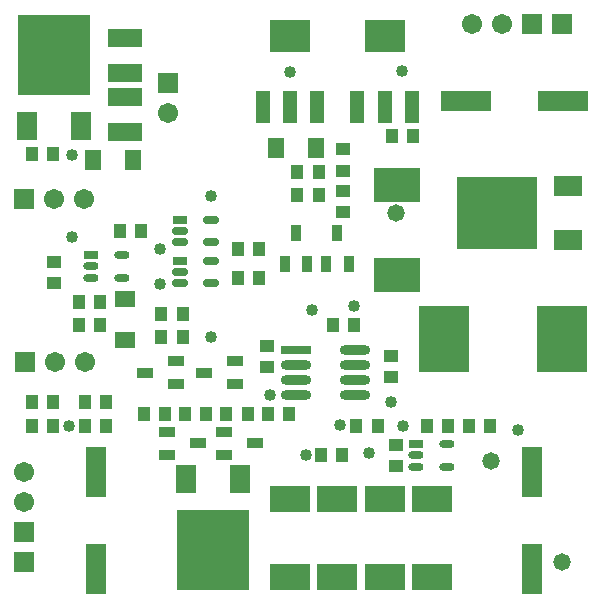
<source format=gts>
%FSTAX24Y24*%
%MOIN*%
G70*
G01*
G75*
G04 Layer_Color=8388736*
%ADD10R,0.0472X0.0256*%
%ADD11R,0.1575X0.0591*%
%ADD12R,0.0591X0.1575*%
%ADD13R,0.0315X0.0374*%
%ADD14R,0.0374X0.0315*%
%ADD15R,0.1063X0.0512*%
%ADD16R,0.1500X0.1100*%
%ADD17R,0.1575X0.2165*%
%ADD18R,0.0374X0.1004*%
%ADD19R,0.1299X0.1004*%
%ADD20R,0.2362X0.2598*%
%ADD21R,0.0591X0.0866*%
%ADD22R,0.1301X0.0801*%
%ADD23R,0.0866X0.0591*%
%ADD24R,0.2598X0.2362*%
%ADD25R,0.0256X0.0472*%
%ADD26O,0.0472X0.0217*%
%ADD27R,0.0472X0.0217*%
G04:AMPARAMS|DCode=28|XSize=21.7mil|YSize=47.2mil|CornerRadius=0mil|HoleSize=0mil|Usage=FLASHONLY|Rotation=90.000|XOffset=0mil|YOffset=0mil|HoleType=Round|Shape=Octagon|*
%AMOCTAGOND28*
4,1,8,-0.0236,-0.0054,-0.0236,0.0054,-0.0182,0.0108,0.0182,0.0108,0.0236,0.0054,0.0236,-0.0054,0.0182,-0.0108,-0.0182,-0.0108,-0.0236,-0.0054,0.0*
%
%ADD28OCTAGOND28*%

%ADD29O,0.0945X0.0236*%
%ADD30R,0.0945X0.0236*%
%ADD31R,0.0492X0.0630*%
%ADD32R,0.0630X0.0492*%
%ADD33C,0.0100*%
%ADD34C,0.0709*%
%ADD35C,0.0300*%
%ADD36R,0.0591X0.0591*%
%ADD37C,0.0591*%
%ADD38R,0.0591X0.0591*%
%ADD39C,0.0320*%
%ADD40C,0.0500*%
%ADD41C,0.0200*%
%ADD42R,0.0552X0.0336*%
%ADD43R,0.1655X0.0671*%
%ADD44R,0.0671X0.1655*%
%ADD45R,0.0395X0.0454*%
%ADD46R,0.0454X0.0395*%
%ADD47R,0.1143X0.0592*%
%ADD48R,0.1580X0.1180*%
%ADD49R,0.1655X0.2245*%
%ADD50R,0.0454X0.1084*%
%ADD51R,0.1379X0.1084*%
%ADD52R,0.2442X0.2678*%
%ADD53R,0.0671X0.0946*%
%ADD54R,0.1381X0.0881*%
%ADD55R,0.0946X0.0671*%
%ADD56R,0.2678X0.2442*%
%ADD57R,0.0336X0.0552*%
%ADD58O,0.0512X0.0256*%
%ADD59R,0.0512X0.0256*%
G04:AMPARAMS|DCode=60|XSize=25.6mil|YSize=51.2mil|CornerRadius=0mil|HoleSize=0mil|Usage=FLASHONLY|Rotation=90.000|XOffset=0mil|YOffset=0mil|HoleType=Round|Shape=Octagon|*
%AMOCTAGOND60*
4,1,8,-0.0256,-0.0064,-0.0256,0.0064,-0.0192,0.0128,0.0192,0.0128,0.0256,0.0064,0.0256,-0.0064,0.0192,-0.0128,-0.0192,-0.0128,-0.0256,-0.0064,0.0*
%
%ADD60OCTAGOND60*%

%ADD61O,0.1025X0.0316*%
%ADD62R,0.1025X0.0316*%
%ADD63R,0.0572X0.0710*%
%ADD64R,0.0710X0.0572*%
%ADD65R,0.0671X0.0671*%
%ADD66C,0.0671*%
%ADD67R,0.0671X0.0671*%
%ADD68C,0.0400*%
%ADD69C,0.0580*%
D42*
X030432Y02343D02*
D03*
X029388Y023804D02*
D03*
Y023056D02*
D03*
X028532Y02343D02*
D03*
X027488Y023804D02*
D03*
Y023056D02*
D03*
X026746Y025787D02*
D03*
X027791Y025413D02*
D03*
Y026161D02*
D03*
X028714Y025787D02*
D03*
X029759Y025413D02*
D03*
Y026161D02*
D03*
D43*
X040693Y034843D02*
D03*
X037465D02*
D03*
D44*
X03967Y02248D02*
D03*
Y019252D02*
D03*
X025143D02*
D03*
Y02248D02*
D03*
D45*
X036874Y024016D02*
D03*
X036166D02*
D03*
X038252D02*
D03*
X037544D02*
D03*
X02593Y030512D02*
D03*
X026638D02*
D03*
X033725Y027362D02*
D03*
X033016D02*
D03*
X032622Y023031D02*
D03*
X033331D02*
D03*
X033804Y024016D02*
D03*
X034512D02*
D03*
X034985Y033661D02*
D03*
X035693D02*
D03*
X025457Y024016D02*
D03*
X024748D02*
D03*
X023685D02*
D03*
X022977D02*
D03*
X028095Y024409D02*
D03*
X028804D02*
D03*
X024552Y027362D02*
D03*
X02526D02*
D03*
X031835Y031693D02*
D03*
X032544D02*
D03*
X026717Y024409D02*
D03*
X027426D02*
D03*
X02526Y02815D02*
D03*
X024552D02*
D03*
X030575Y028937D02*
D03*
X029867D02*
D03*
X030575Y029921D02*
D03*
X029867D02*
D03*
X028016Y027756D02*
D03*
X027307D02*
D03*
X027307Y026969D02*
D03*
X028016D02*
D03*
X029473Y024409D02*
D03*
X030182D02*
D03*
X030851D02*
D03*
X031559D02*
D03*
X023685Y033071D02*
D03*
X022977D02*
D03*
X031835Y03248D02*
D03*
X032544D02*
D03*
X023685Y024803D02*
D03*
X022977D02*
D03*
X025457D02*
D03*
X024748D02*
D03*
D46*
X023725Y02878D02*
D03*
Y029488D02*
D03*
X03082Y025976D02*
D03*
Y026684D02*
D03*
X034945Y02563D02*
D03*
Y026339D02*
D03*
X03337Y03252D02*
D03*
Y033228D02*
D03*
Y03185D02*
D03*
Y031142D02*
D03*
X035142Y023386D02*
D03*
Y022677D02*
D03*
D47*
X026087Y033821D02*
D03*
Y034963D02*
D03*
Y036931D02*
D03*
Y035789D02*
D03*
D48*
X035172Y032052D02*
D03*
Y029052D02*
D03*
D49*
X040654Y026911D02*
D03*
X036717D02*
D03*
D50*
X033843Y034656D02*
D03*
X034748D02*
D03*
X035654D02*
D03*
X030693D02*
D03*
X031599D02*
D03*
X032504D02*
D03*
D51*
X034748Y036998D02*
D03*
X031599D02*
D03*
D52*
X02904Y019882D02*
D03*
X023725Y03636D02*
D03*
D53*
X02814Y022244D02*
D03*
X02994D02*
D03*
X024625Y033998D02*
D03*
X022825D02*
D03*
D54*
X036323Y018976D02*
D03*
Y021576D02*
D03*
X031599D02*
D03*
Y018976D02*
D03*
X034748D02*
D03*
Y021576D02*
D03*
X033174D02*
D03*
Y018976D02*
D03*
D55*
X040851Y030202D02*
D03*
Y032002D02*
D03*
D56*
X038489Y031102D02*
D03*
D57*
X033174Y030444D02*
D03*
X0328Y029399D02*
D03*
X033548D02*
D03*
X031796Y030444D02*
D03*
X031422Y029399D02*
D03*
X03217D02*
D03*
D58*
X035801Y022657D02*
D03*
Y023031D02*
D03*
X036835Y022657D02*
D03*
Y023406D02*
D03*
X024974Y028957D02*
D03*
Y029331D02*
D03*
X026008Y028957D02*
D03*
Y029705D02*
D03*
D59*
X035801Y023406D02*
D03*
X027927Y030886D02*
D03*
Y029508D02*
D03*
X024974Y029705D02*
D03*
D60*
X028961Y030886D02*
D03*
Y030138D02*
D03*
X027927Y030512D02*
D03*
Y030138D02*
D03*
X028961Y029508D02*
D03*
Y02876D02*
D03*
X027927Y029134D02*
D03*
Y02876D02*
D03*
D61*
X033764Y025037D02*
D03*
Y025537D02*
D03*
Y026037D02*
D03*
Y026537D02*
D03*
X031796Y025037D02*
D03*
Y025537D02*
D03*
Y026037D02*
D03*
D62*
Y026537D02*
D03*
D63*
X031117Y033268D02*
D03*
X032475D02*
D03*
X026372Y032874D02*
D03*
X025014D02*
D03*
D64*
X026087Y02688D02*
D03*
Y028238D02*
D03*
D65*
X040654Y037402D02*
D03*
X039654D02*
D03*
X02274Y03159D02*
D03*
X02275Y02615D02*
D03*
D66*
X038654Y037402D02*
D03*
X037654D02*
D03*
X022741Y022488D02*
D03*
Y021488D02*
D03*
X02752Y03444D02*
D03*
X02374Y03159D02*
D03*
X02474D02*
D03*
X02475Y02615D02*
D03*
X02375D02*
D03*
D67*
X022741Y020488D02*
D03*
Y019488D02*
D03*
X02752Y03544D02*
D03*
D68*
X034945Y024803D02*
D03*
X027268Y029921D02*
D03*
Y02874D02*
D03*
X03231Y02787D02*
D03*
X03535Y024016D02*
D03*
X02422Y02402D02*
D03*
X024315Y030315D02*
D03*
X035339Y035827D02*
D03*
X02431Y03304D02*
D03*
X031599Y03581D02*
D03*
X03093Y02504D02*
D03*
X028952Y026969D02*
D03*
X02896Y03169D02*
D03*
X03372Y02801D02*
D03*
X0392Y02387D02*
D03*
X03211Y02305D02*
D03*
X03326Y02405D02*
D03*
X03422Y02311D02*
D03*
D69*
X035142Y031102D02*
D03*
X038292Y022835D02*
D03*
X040654Y019488D02*
D03*
M02*

</source>
